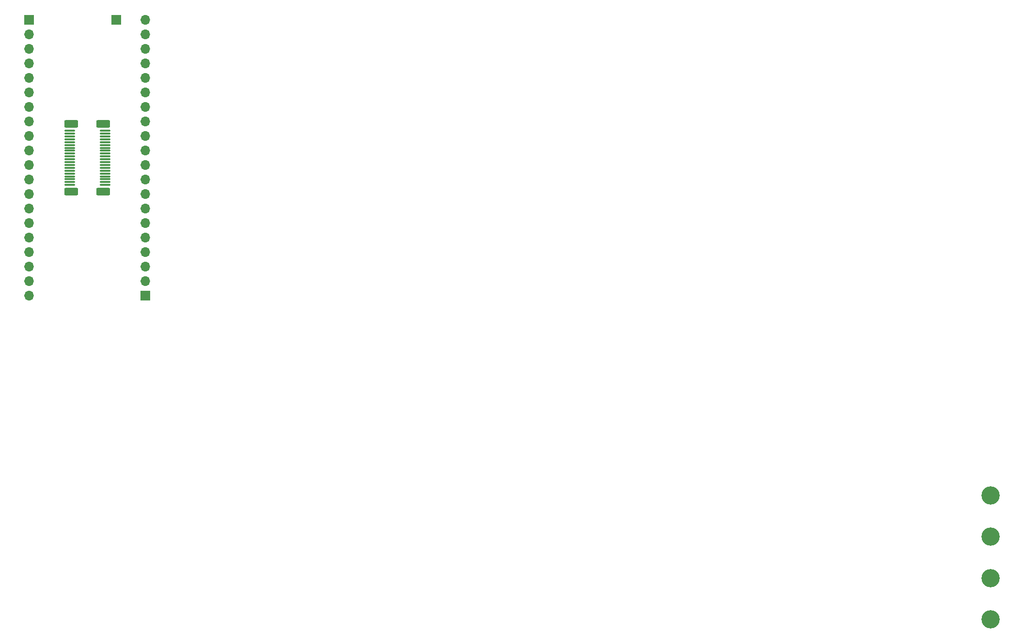
<source format=gbr>
%TF.GenerationSoftware,KiCad,Pcbnew,7.0.10*%
%TF.CreationDate,2024-01-15T01:50:30-05:00*%
%TF.ProjectId,Keyboard-connector-breakout,4b657962-6f61-4726-942d-636f6e6e6563,rev?*%
%TF.SameCoordinates,Original*%
%TF.FileFunction,Soldermask,Top*%
%TF.FilePolarity,Negative*%
%FSLAX46Y46*%
G04 Gerber Fmt 4.6, Leading zero omitted, Abs format (unit mm)*
G04 Created by KiCad (PCBNEW 7.0.10) date 2024-01-15 01:50:30*
%MOMM*%
%LPD*%
G01*
G04 APERTURE LIST*
G04 Aperture macros list*
%AMRoundRect*
0 Rectangle with rounded corners*
0 $1 Rounding radius*
0 $2 $3 $4 $5 $6 $7 $8 $9 X,Y pos of 4 corners*
0 Add a 4 corners polygon primitive as box body*
4,1,4,$2,$3,$4,$5,$6,$7,$8,$9,$2,$3,0*
0 Add four circle primitives for the rounded corners*
1,1,$1+$1,$2,$3*
1,1,$1+$1,$4,$5*
1,1,$1+$1,$6,$7*
1,1,$1+$1,$8,$9*
0 Add four rect primitives between the rounded corners*
20,1,$1+$1,$2,$3,$4,$5,0*
20,1,$1+$1,$4,$5,$6,$7,0*
20,1,$1+$1,$6,$7,$8,$9,0*
20,1,$1+$1,$8,$9,$2,$3,0*%
G04 Aperture macros list end*
%ADD10C,3.200000*%
%ADD11RoundRect,0.075000X-0.825000X-0.075000X0.825000X-0.075000X0.825000X0.075000X-0.825000X0.075000X0*%
%ADD12RoundRect,0.200000X-1.000000X-0.450000X1.000000X-0.450000X1.000000X0.450000X-1.000000X0.450000X0*%
%ADD13R,1.700000X1.700000*%
%ADD14O,1.700000X1.700000*%
G04 APERTURE END LIST*
D10*
%TO.C,H3*%
X157900000Y-73540000D03*
%TD*%
D11*
%TO.C,J1*%
X-3100000Y-4750000D03*
X3100000Y-4750000D03*
X-3100000Y-4250000D03*
X3100000Y-4250000D03*
X-3100000Y-3750000D03*
X3100000Y-3750000D03*
X-3100000Y-3250000D03*
X3100000Y-3250000D03*
X-3100000Y-2750000D03*
X3100000Y-2750000D03*
X-3100000Y-2250000D03*
X3100000Y-2250000D03*
X-3100000Y-1750000D03*
X3100000Y-1750000D03*
X-3100000Y-1250000D03*
X3100000Y-1250000D03*
X-3100000Y-750000D03*
X3100000Y-750000D03*
X-3100000Y-250000D03*
X3100000Y-250000D03*
X-3100000Y250000D03*
X3100000Y250000D03*
X-3100000Y750000D03*
X3100000Y750000D03*
X-3100000Y1250000D03*
X3100000Y1250000D03*
X-3100000Y1750000D03*
X3100000Y1750000D03*
X-3100000Y2250000D03*
X3100000Y2250000D03*
X-3100000Y2750000D03*
X3100000Y2750000D03*
X-3100000Y3250000D03*
X3100000Y3250000D03*
X-3100000Y3750000D03*
X3100000Y3750000D03*
X-3100000Y4250000D03*
X3100000Y4250000D03*
X-3100000Y4750000D03*
X3100000Y4750000D03*
D12*
X-2800000Y5950000D03*
X-2800000Y-5950000D03*
X2800000Y5950000D03*
X2800000Y-5950000D03*
%TD*%
D13*
%TO.C,J4*%
X5080000Y24130000D03*
%TD*%
D10*
%TO.C,H2*%
X157900000Y-66290000D03*
%TD*%
%TO.C,H1*%
X157900000Y-59040000D03*
%TD*%
D13*
%TO.C,J3*%
X10160000Y-24130000D03*
D14*
X10160000Y-21590000D03*
X10160000Y-19050000D03*
X10160000Y-16510000D03*
X10160000Y-13970000D03*
X10160000Y-11430000D03*
X10160000Y-8890000D03*
X10160000Y-6350000D03*
X10160000Y-3810000D03*
X10160000Y-1270000D03*
X10160000Y1270000D03*
X10160000Y3810000D03*
X10160000Y6350000D03*
X10160000Y8890000D03*
X10160000Y11430000D03*
X10160000Y13970000D03*
X10160000Y16510000D03*
X10160000Y19050000D03*
X10160000Y21590000D03*
X10160000Y24130000D03*
%TD*%
D10*
%TO.C,H4*%
X157900000Y-80790000D03*
%TD*%
D13*
%TO.C,J2*%
X-10160000Y24130000D03*
D14*
X-10160000Y21590000D03*
X-10160000Y19050000D03*
X-10160000Y16510000D03*
X-10160000Y13970000D03*
X-10160000Y11430000D03*
X-10160000Y8890000D03*
X-10160000Y6350000D03*
X-10160000Y3810000D03*
X-10160000Y1270000D03*
X-10160000Y-1270000D03*
X-10160000Y-3810000D03*
X-10160000Y-6350000D03*
X-10160000Y-8890000D03*
X-10160000Y-11430000D03*
X-10160000Y-13970000D03*
X-10160000Y-16510000D03*
X-10160000Y-19050000D03*
X-10160000Y-21590000D03*
X-10160000Y-24130000D03*
%TD*%
M02*

</source>
